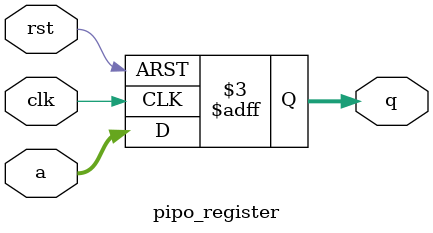
<source format=v>

module pipo_register(clk,rst,a,q);
	input clk,rst;
	input[3:0]a;
	output[3:0]q;
	reg[3:0]q;
always@(posedge clk,posedge rst)
  begin
    if (rst==1'b1)
	q<=4'b0000;
    else
	q<=a;
  end
endmodule
</source>
